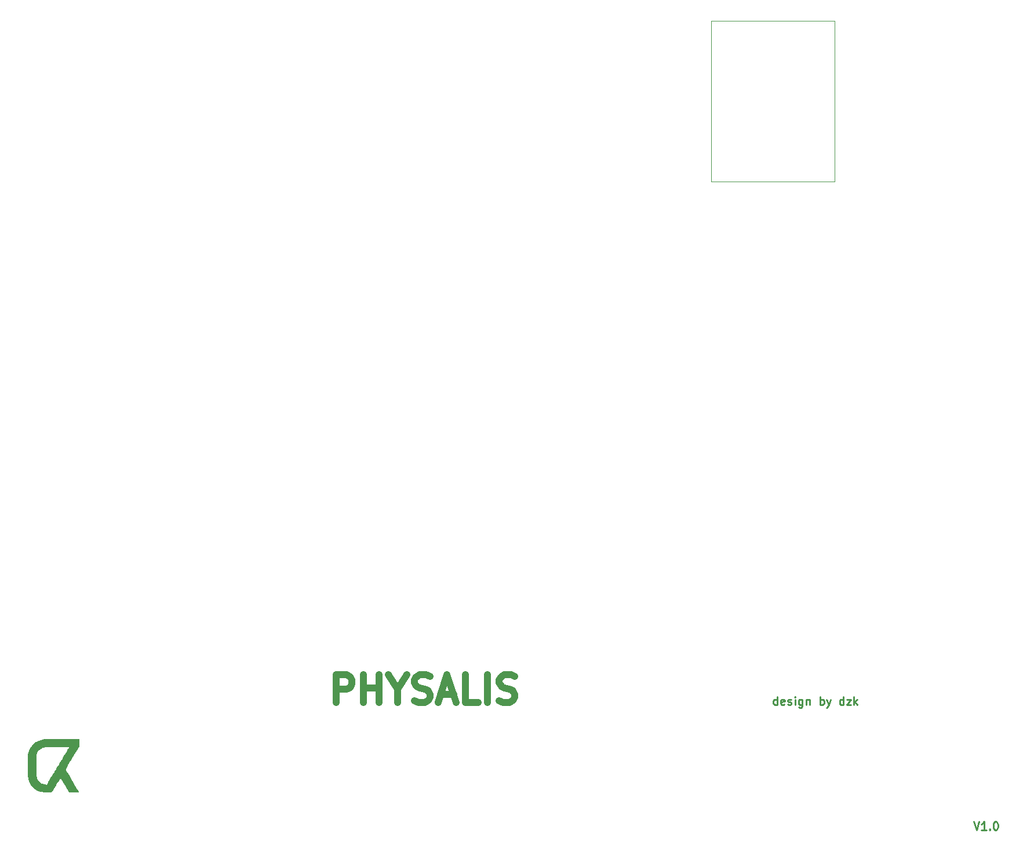
<source format=gbr>
%TF.GenerationSoftware,KiCad,Pcbnew,7.0.7*%
%TF.CreationDate,2023-10-07T20:29:56+07:00*%
%TF.ProjectId,physalis,70687973-616c-4697-932e-6b696361645f,rev?*%
%TF.SameCoordinates,Original*%
%TF.FileFunction,Legend,Top*%
%TF.FilePolarity,Positive*%
%FSLAX46Y46*%
G04 Gerber Fmt 4.6, Leading zero omitted, Abs format (unit mm)*
G04 Created by KiCad (PCBNEW 7.0.7) date 2023-10-07 20:29:56*
%MOMM*%
%LPD*%
G01*
G04 APERTURE LIST*
%ADD10C,0.240000*%
%ADD11C,1.000000*%
%ADD12C,0.120000*%
G04 APERTURE END LIST*
D10*
X295439144Y-123665662D02*
X295439144Y-122465662D01*
X295439144Y-123608520D02*
X295324858Y-123665662D01*
X295324858Y-123665662D02*
X295096286Y-123665662D01*
X295096286Y-123665662D02*
X294982001Y-123608520D01*
X294982001Y-123608520D02*
X294924858Y-123551377D01*
X294924858Y-123551377D02*
X294867715Y-123437091D01*
X294867715Y-123437091D02*
X294867715Y-123094234D01*
X294867715Y-123094234D02*
X294924858Y-122979948D01*
X294924858Y-122979948D02*
X294982001Y-122922805D01*
X294982001Y-122922805D02*
X295096286Y-122865662D01*
X295096286Y-122865662D02*
X295324858Y-122865662D01*
X295324858Y-122865662D02*
X295439144Y-122922805D01*
X296467715Y-123608520D02*
X296353429Y-123665662D01*
X296353429Y-123665662D02*
X296124858Y-123665662D01*
X296124858Y-123665662D02*
X296010572Y-123608520D01*
X296010572Y-123608520D02*
X295953429Y-123494234D01*
X295953429Y-123494234D02*
X295953429Y-123037091D01*
X295953429Y-123037091D02*
X296010572Y-122922805D01*
X296010572Y-122922805D02*
X296124858Y-122865662D01*
X296124858Y-122865662D02*
X296353429Y-122865662D01*
X296353429Y-122865662D02*
X296467715Y-122922805D01*
X296467715Y-122922805D02*
X296524858Y-123037091D01*
X296524858Y-123037091D02*
X296524858Y-123151377D01*
X296524858Y-123151377D02*
X295953429Y-123265662D01*
X296982000Y-123608520D02*
X297096286Y-123665662D01*
X297096286Y-123665662D02*
X297324857Y-123665662D01*
X297324857Y-123665662D02*
X297439143Y-123608520D01*
X297439143Y-123608520D02*
X297496286Y-123494234D01*
X297496286Y-123494234D02*
X297496286Y-123437091D01*
X297496286Y-123437091D02*
X297439143Y-123322805D01*
X297439143Y-123322805D02*
X297324857Y-123265662D01*
X297324857Y-123265662D02*
X297153429Y-123265662D01*
X297153429Y-123265662D02*
X297039143Y-123208520D01*
X297039143Y-123208520D02*
X296982000Y-123094234D01*
X296982000Y-123094234D02*
X296982000Y-123037091D01*
X296982000Y-123037091D02*
X297039143Y-122922805D01*
X297039143Y-122922805D02*
X297153429Y-122865662D01*
X297153429Y-122865662D02*
X297324857Y-122865662D01*
X297324857Y-122865662D02*
X297439143Y-122922805D01*
X298010572Y-123665662D02*
X298010572Y-122865662D01*
X298010572Y-122465662D02*
X297953429Y-122522805D01*
X297953429Y-122522805D02*
X298010572Y-122579948D01*
X298010572Y-122579948D02*
X298067715Y-122522805D01*
X298067715Y-122522805D02*
X298010572Y-122465662D01*
X298010572Y-122465662D02*
X298010572Y-122579948D01*
X299096287Y-122865662D02*
X299096287Y-123837091D01*
X299096287Y-123837091D02*
X299039144Y-123951377D01*
X299039144Y-123951377D02*
X298982001Y-124008520D01*
X298982001Y-124008520D02*
X298867715Y-124065662D01*
X298867715Y-124065662D02*
X298696287Y-124065662D01*
X298696287Y-124065662D02*
X298582001Y-124008520D01*
X299096287Y-123608520D02*
X298982001Y-123665662D01*
X298982001Y-123665662D02*
X298753429Y-123665662D01*
X298753429Y-123665662D02*
X298639144Y-123608520D01*
X298639144Y-123608520D02*
X298582001Y-123551377D01*
X298582001Y-123551377D02*
X298524858Y-123437091D01*
X298524858Y-123437091D02*
X298524858Y-123094234D01*
X298524858Y-123094234D02*
X298582001Y-122979948D01*
X298582001Y-122979948D02*
X298639144Y-122922805D01*
X298639144Y-122922805D02*
X298753429Y-122865662D01*
X298753429Y-122865662D02*
X298982001Y-122865662D01*
X298982001Y-122865662D02*
X299096287Y-122922805D01*
X299667715Y-122865662D02*
X299667715Y-123665662D01*
X299667715Y-122979948D02*
X299724858Y-122922805D01*
X299724858Y-122922805D02*
X299839143Y-122865662D01*
X299839143Y-122865662D02*
X300010572Y-122865662D01*
X300010572Y-122865662D02*
X300124858Y-122922805D01*
X300124858Y-122922805D02*
X300182001Y-123037091D01*
X300182001Y-123037091D02*
X300182001Y-123665662D01*
X301667715Y-123665662D02*
X301667715Y-122465662D01*
X301667715Y-122922805D02*
X301782001Y-122865662D01*
X301782001Y-122865662D02*
X302010572Y-122865662D01*
X302010572Y-122865662D02*
X302124858Y-122922805D01*
X302124858Y-122922805D02*
X302182001Y-122979948D01*
X302182001Y-122979948D02*
X302239143Y-123094234D01*
X302239143Y-123094234D02*
X302239143Y-123437091D01*
X302239143Y-123437091D02*
X302182001Y-123551377D01*
X302182001Y-123551377D02*
X302124858Y-123608520D01*
X302124858Y-123608520D02*
X302010572Y-123665662D01*
X302010572Y-123665662D02*
X301782001Y-123665662D01*
X301782001Y-123665662D02*
X301667715Y-123608520D01*
X302639143Y-122865662D02*
X302924857Y-123665662D01*
X303210572Y-122865662D02*
X302924857Y-123665662D01*
X302924857Y-123665662D02*
X302810572Y-123951377D01*
X302810572Y-123951377D02*
X302753429Y-124008520D01*
X302753429Y-124008520D02*
X302639143Y-124065662D01*
X305096287Y-123665662D02*
X305096287Y-122465662D01*
X305096287Y-123608520D02*
X304982001Y-123665662D01*
X304982001Y-123665662D02*
X304753429Y-123665662D01*
X304753429Y-123665662D02*
X304639144Y-123608520D01*
X304639144Y-123608520D02*
X304582001Y-123551377D01*
X304582001Y-123551377D02*
X304524858Y-123437091D01*
X304524858Y-123437091D02*
X304524858Y-123094234D01*
X304524858Y-123094234D02*
X304582001Y-122979948D01*
X304582001Y-122979948D02*
X304639144Y-122922805D01*
X304639144Y-122922805D02*
X304753429Y-122865662D01*
X304753429Y-122865662D02*
X304982001Y-122865662D01*
X304982001Y-122865662D02*
X305096287Y-122922805D01*
X305553429Y-122865662D02*
X306182001Y-122865662D01*
X306182001Y-122865662D02*
X305553429Y-123665662D01*
X305553429Y-123665662D02*
X306182001Y-123665662D01*
X306639144Y-123665662D02*
X306639144Y-122465662D01*
X306753430Y-123208520D02*
X307096287Y-123665662D01*
X307096287Y-122865662D02*
X306639144Y-123322805D01*
X324122179Y-140721912D02*
X324522179Y-141921912D01*
X324522179Y-141921912D02*
X324922179Y-140721912D01*
X325950750Y-141921912D02*
X325265036Y-141921912D01*
X325607893Y-141921912D02*
X325607893Y-140721912D01*
X325607893Y-140721912D02*
X325493607Y-140893341D01*
X325493607Y-140893341D02*
X325379322Y-141007627D01*
X325379322Y-141007627D02*
X325265036Y-141064770D01*
X326465036Y-141807627D02*
X326522179Y-141864770D01*
X326522179Y-141864770D02*
X326465036Y-141921912D01*
X326465036Y-141921912D02*
X326407893Y-141864770D01*
X326407893Y-141864770D02*
X326465036Y-141807627D01*
X326465036Y-141807627D02*
X326465036Y-141921912D01*
X327265036Y-140721912D02*
X327379322Y-140721912D01*
X327379322Y-140721912D02*
X327493608Y-140779055D01*
X327493608Y-140779055D02*
X327550751Y-140836198D01*
X327550751Y-140836198D02*
X327607893Y-140950484D01*
X327607893Y-140950484D02*
X327665036Y-141179055D01*
X327665036Y-141179055D02*
X327665036Y-141464770D01*
X327665036Y-141464770D02*
X327607893Y-141693341D01*
X327607893Y-141693341D02*
X327550751Y-141807627D01*
X327550751Y-141807627D02*
X327493608Y-141864770D01*
X327493608Y-141864770D02*
X327379322Y-141921912D01*
X327379322Y-141921912D02*
X327265036Y-141921912D01*
X327265036Y-141921912D02*
X327150751Y-141864770D01*
X327150751Y-141864770D02*
X327093608Y-141807627D01*
X327093608Y-141807627D02*
X327036465Y-141693341D01*
X327036465Y-141693341D02*
X326979322Y-141464770D01*
X326979322Y-141464770D02*
X326979322Y-141179055D01*
X326979322Y-141179055D02*
X327036465Y-140950484D01*
X327036465Y-140950484D02*
X327093608Y-140836198D01*
X327093608Y-140836198D02*
X327150751Y-140779055D01*
X327150751Y-140779055D02*
X327265036Y-140721912D01*
D11*
X231004024Y-123283476D02*
X231004024Y-119283476D01*
X231004024Y-119283476D02*
X232527834Y-119283476D01*
X232527834Y-119283476D02*
X232908786Y-119473952D01*
X232908786Y-119473952D02*
X233099263Y-119664428D01*
X233099263Y-119664428D02*
X233289739Y-120045380D01*
X233289739Y-120045380D02*
X233289739Y-120616809D01*
X233289739Y-120616809D02*
X233099263Y-120997761D01*
X233099263Y-120997761D02*
X232908786Y-121188238D01*
X232908786Y-121188238D02*
X232527834Y-121378714D01*
X232527834Y-121378714D02*
X231004024Y-121378714D01*
X235004024Y-123283476D02*
X235004024Y-119283476D01*
X235004024Y-121188238D02*
X237289739Y-121188238D01*
X237289739Y-123283476D02*
X237289739Y-119283476D01*
X239956405Y-121378714D02*
X239956405Y-123283476D01*
X238623072Y-119283476D02*
X239956405Y-121378714D01*
X239956405Y-121378714D02*
X241289739Y-119283476D01*
X242432595Y-123093000D02*
X243004024Y-123283476D01*
X243004024Y-123283476D02*
X243956405Y-123283476D01*
X243956405Y-123283476D02*
X244337357Y-123093000D01*
X244337357Y-123093000D02*
X244527833Y-122902523D01*
X244527833Y-122902523D02*
X244718310Y-122521571D01*
X244718310Y-122521571D02*
X244718310Y-122140619D01*
X244718310Y-122140619D02*
X244527833Y-121759666D01*
X244527833Y-121759666D02*
X244337357Y-121569190D01*
X244337357Y-121569190D02*
X243956405Y-121378714D01*
X243956405Y-121378714D02*
X243194500Y-121188238D01*
X243194500Y-121188238D02*
X242813548Y-120997761D01*
X242813548Y-120997761D02*
X242623071Y-120807285D01*
X242623071Y-120807285D02*
X242432595Y-120426333D01*
X242432595Y-120426333D02*
X242432595Y-120045380D01*
X242432595Y-120045380D02*
X242623071Y-119664428D01*
X242623071Y-119664428D02*
X242813548Y-119473952D01*
X242813548Y-119473952D02*
X243194500Y-119283476D01*
X243194500Y-119283476D02*
X244146881Y-119283476D01*
X244146881Y-119283476D02*
X244718310Y-119473952D01*
X246242119Y-122140619D02*
X248146881Y-122140619D01*
X245861167Y-123283476D02*
X247194500Y-119283476D01*
X247194500Y-119283476D02*
X248527834Y-123283476D01*
X251765928Y-123283476D02*
X249861166Y-123283476D01*
X249861166Y-123283476D02*
X249861166Y-119283476D01*
X253099261Y-123283476D02*
X253099261Y-119283476D01*
X254813547Y-123093000D02*
X255384976Y-123283476D01*
X255384976Y-123283476D02*
X256337357Y-123283476D01*
X256337357Y-123283476D02*
X256718309Y-123093000D01*
X256718309Y-123093000D02*
X256908785Y-122902523D01*
X256908785Y-122902523D02*
X257099262Y-122521571D01*
X257099262Y-122521571D02*
X257099262Y-122140619D01*
X257099262Y-122140619D02*
X256908785Y-121759666D01*
X256908785Y-121759666D02*
X256718309Y-121569190D01*
X256718309Y-121569190D02*
X256337357Y-121378714D01*
X256337357Y-121378714D02*
X255575452Y-121188238D01*
X255575452Y-121188238D02*
X255194500Y-120997761D01*
X255194500Y-120997761D02*
X255004023Y-120807285D01*
X255004023Y-120807285D02*
X254813547Y-120426333D01*
X254813547Y-120426333D02*
X254813547Y-120045380D01*
X254813547Y-120045380D02*
X255004023Y-119664428D01*
X255004023Y-119664428D02*
X255194500Y-119473952D01*
X255194500Y-119473952D02*
X255575452Y-119283476D01*
X255575452Y-119283476D02*
X256527833Y-119283476D01*
X256527833Y-119283476D02*
X257099262Y-119473952D01*
%TO.C,G\u002A\u002A\u002A*%
G36*
X193459256Y-129194856D02*
G01*
X193459256Y-129726266D01*
X192468025Y-131385902D01*
X192364267Y-131559713D01*
X192263512Y-131728665D01*
X192166311Y-131891824D01*
X192073217Y-132048258D01*
X191984782Y-132197032D01*
X191901558Y-132337214D01*
X191824098Y-132467869D01*
X191752953Y-132588065D01*
X191688676Y-132696869D01*
X191631820Y-132793346D01*
X191582935Y-132876564D01*
X191542575Y-132945588D01*
X191511291Y-132999486D01*
X191489636Y-133037325D01*
X191478163Y-133058170D01*
X191476390Y-133062083D01*
X191481732Y-133072942D01*
X191497477Y-133101370D01*
X191523077Y-133146427D01*
X191557981Y-133207172D01*
X191601641Y-133282666D01*
X191653507Y-133371967D01*
X191713029Y-133474135D01*
X191779659Y-133588231D01*
X191852846Y-133713313D01*
X191932042Y-133848442D01*
X192016697Y-133992677D01*
X192106261Y-134145078D01*
X192200186Y-134304705D01*
X192297921Y-134470618D01*
X192398918Y-134641875D01*
X192450277Y-134728891D01*
X192553020Y-134902919D01*
X192653023Y-135072305D01*
X192749718Y-135236089D01*
X192842540Y-135393313D01*
X192930922Y-135543017D01*
X193014298Y-135684242D01*
X193092101Y-135816029D01*
X193163766Y-135937418D01*
X193228726Y-136047451D01*
X193286415Y-136145168D01*
X193336266Y-136229611D01*
X193377714Y-136299819D01*
X193410191Y-136354834D01*
X193433133Y-136393696D01*
X193445971Y-136415447D01*
X193448351Y-136419480D01*
X193472134Y-136459806D01*
X192735959Y-136459806D01*
X191999784Y-136459806D01*
X191366606Y-135384446D01*
X191284398Y-135244909D01*
X191205206Y-135110650D01*
X191129715Y-134982820D01*
X191058608Y-134862572D01*
X190992571Y-134751058D01*
X190932287Y-134649430D01*
X190878441Y-134558840D01*
X190831718Y-134480441D01*
X190792802Y-134415384D01*
X190762378Y-134364821D01*
X190741129Y-134329905D01*
X190729740Y-134311788D01*
X190727947Y-134309387D01*
X190720924Y-134318266D01*
X190704976Y-134342643D01*
X190682026Y-134379449D01*
X190653999Y-134425611D01*
X190631928Y-134462626D01*
X190607924Y-134502887D01*
X190573728Y-134559815D01*
X190530366Y-134631725D01*
X190478860Y-134716933D01*
X190420235Y-134813752D01*
X190355514Y-134920499D01*
X190285721Y-135035489D01*
X190211881Y-135157036D01*
X190135016Y-135283456D01*
X190056150Y-135413064D01*
X189976308Y-135544175D01*
X189896514Y-135675104D01*
X189817790Y-135804166D01*
X189741160Y-135929676D01*
X189667650Y-136049950D01*
X189634011Y-136104937D01*
X189420139Y-136454429D01*
X188920667Y-136456105D01*
X188799472Y-136456419D01*
X188697401Y-136456431D01*
X188612070Y-136456075D01*
X188541098Y-136455282D01*
X188482103Y-136453984D01*
X188432701Y-136452115D01*
X188390510Y-136449605D01*
X188353147Y-136446387D01*
X188318232Y-136442393D01*
X188286775Y-136438056D01*
X188027174Y-136391235D01*
X187782510Y-136329112D01*
X187552505Y-136251588D01*
X187336884Y-136158564D01*
X187135369Y-136049941D01*
X187044734Y-135992999D01*
X186942541Y-135922848D01*
X186853136Y-135854698D01*
X186769327Y-135782595D01*
X186683918Y-135700589D01*
X186651780Y-135667894D01*
X186512304Y-135511319D01*
X186388918Y-135345090D01*
X186281089Y-135168034D01*
X186188284Y-134978975D01*
X186109969Y-134776742D01*
X186045610Y-134560162D01*
X185994674Y-134328059D01*
X185967881Y-134163913D01*
X185965138Y-134143023D01*
X185962664Y-134119951D01*
X185960439Y-134093494D01*
X185958445Y-134062450D01*
X185956664Y-134025615D01*
X185955077Y-133981786D01*
X185953665Y-133929761D01*
X185952412Y-133868338D01*
X185951297Y-133796313D01*
X185950302Y-133712483D01*
X185949410Y-133615647D01*
X185948601Y-133504601D01*
X185947858Y-133378142D01*
X185947161Y-133235068D01*
X185946492Y-133074176D01*
X185945833Y-132894263D01*
X185945165Y-132694126D01*
X185945120Y-132679916D01*
X185944628Y-132508141D01*
X187189862Y-132508141D01*
X187189874Y-132660808D01*
X187190027Y-132812471D01*
X187190324Y-132961400D01*
X187190762Y-133105862D01*
X187191343Y-133244127D01*
X187192067Y-133374463D01*
X187192933Y-133495138D01*
X187193941Y-133604421D01*
X187195092Y-133700581D01*
X187196385Y-133781885D01*
X187197821Y-133846602D01*
X187199399Y-133893001D01*
X187200837Y-133916580D01*
X187225494Y-134102252D01*
X187264116Y-134272495D01*
X187317326Y-134428751D01*
X187385745Y-134572461D01*
X187469998Y-134705064D01*
X187570707Y-134828003D01*
X187614589Y-134873650D01*
X187735069Y-134980596D01*
X187866831Y-135071953D01*
X188011648Y-135148700D01*
X188171299Y-135211815D01*
X188295854Y-135249215D01*
X188356992Y-135263866D01*
X188427391Y-135278200D01*
X188501415Y-135291311D01*
X188573425Y-135302293D01*
X188637784Y-135310239D01*
X188688854Y-135314245D01*
X188702415Y-135314548D01*
X188708015Y-135305449D01*
X188724259Y-135278629D01*
X188750717Y-135234804D01*
X188786958Y-135174691D01*
X188832552Y-135099004D01*
X188887068Y-135008459D01*
X188950075Y-134903773D01*
X189021145Y-134785661D01*
X189099844Y-134654839D01*
X189185744Y-134512023D01*
X189278414Y-134357929D01*
X189377423Y-134193272D01*
X189482340Y-134018768D01*
X189592736Y-133835134D01*
X189708179Y-133643084D01*
X189828239Y-133443336D01*
X189952486Y-133236604D01*
X190080489Y-133023604D01*
X190211817Y-132805053D01*
X190346041Y-132581666D01*
X190350404Y-132574404D01*
X190484725Y-132350830D01*
X190616152Y-132132037D01*
X190744258Y-131918742D01*
X190868610Y-131711664D01*
X190988779Y-131511519D01*
X191104334Y-131319026D01*
X191214846Y-131134901D01*
X191319884Y-130959861D01*
X191419018Y-130794625D01*
X191511817Y-130639910D01*
X191597852Y-130496432D01*
X191676691Y-130364911D01*
X191747906Y-130246062D01*
X191811065Y-130140603D01*
X191865738Y-130049252D01*
X191911496Y-129972726D01*
X191947907Y-129911742D01*
X191974542Y-129867019D01*
X191990970Y-129839273D01*
X191996761Y-129829222D01*
X191996766Y-129829201D01*
X191986203Y-129828660D01*
X191955278Y-129828182D01*
X191905134Y-129827765D01*
X191836917Y-129827413D01*
X191751770Y-129827125D01*
X191650839Y-129826902D01*
X191535267Y-129826746D01*
X191406199Y-129826657D01*
X191264779Y-129826636D01*
X191112153Y-129826685D01*
X190949464Y-129826803D01*
X190777857Y-129826992D01*
X190598476Y-129827254D01*
X190412466Y-129827588D01*
X190295009Y-129827830D01*
X190071225Y-129828318D01*
X189867891Y-129828777D01*
X189683952Y-129829223D01*
X189518351Y-129829670D01*
X189370032Y-129830135D01*
X189237938Y-129830633D01*
X189121014Y-129831179D01*
X189018203Y-129831791D01*
X188928449Y-129832481D01*
X188850695Y-129833268D01*
X188783885Y-129834165D01*
X188726963Y-129835190D01*
X188678872Y-129836356D01*
X188638556Y-129837681D01*
X188604960Y-129839178D01*
X188577025Y-129840865D01*
X188553698Y-129842757D01*
X188533920Y-129844869D01*
X188516635Y-129847216D01*
X188500788Y-129849815D01*
X188485322Y-129852682D01*
X188474963Y-129854697D01*
X188298163Y-129895186D01*
X188139259Y-129944293D01*
X187995999Y-130003107D01*
X187866131Y-130072719D01*
X187747404Y-130154217D01*
X187637567Y-130248692D01*
X187614589Y-130271110D01*
X187507292Y-130390669D01*
X187416694Y-130519331D01*
X187342172Y-130658536D01*
X187283103Y-130809727D01*
X187238865Y-130974343D01*
X187208834Y-131153825D01*
X187200837Y-131228180D01*
X187199139Y-131257825D01*
X187197583Y-131307244D01*
X187196170Y-131374708D01*
X187194900Y-131458483D01*
X187193772Y-131556839D01*
X187192786Y-131668044D01*
X187191942Y-131790367D01*
X187191242Y-131922076D01*
X187190683Y-132061439D01*
X187190267Y-132206726D01*
X187189994Y-132356203D01*
X187189862Y-132508141D01*
X185944628Y-132508141D01*
X185944464Y-132450658D01*
X185944038Y-132242243D01*
X185943845Y-132054006D01*
X185943889Y-131885286D01*
X185944173Y-131735417D01*
X185944701Y-131603737D01*
X185945476Y-131489583D01*
X185946502Y-131392290D01*
X185947782Y-131311196D01*
X185949319Y-131245636D01*
X185951118Y-131194948D01*
X185953182Y-131158468D01*
X185953196Y-131158282D01*
X185981503Y-130901003D01*
X186026988Y-130656577D01*
X186089434Y-130425210D01*
X186168623Y-130207106D01*
X186264338Y-130002470D01*
X186376362Y-129811508D01*
X186504479Y-129634424D01*
X186648471Y-129471424D01*
X186808120Y-129322712D01*
X186983211Y-129188494D01*
X187173525Y-129068974D01*
X187378845Y-128964358D01*
X187598955Y-128874851D01*
X187833637Y-128800657D01*
X188082675Y-128741982D01*
X188345850Y-128699030D01*
X188583107Y-128674840D01*
X188614524Y-128673334D01*
X188667361Y-128671933D01*
X188741531Y-128670637D01*
X188836946Y-128669448D01*
X188953518Y-128668364D01*
X189091162Y-128667387D01*
X189249790Y-128666518D01*
X189429314Y-128665755D01*
X189629647Y-128665101D01*
X189850702Y-128664555D01*
X190092392Y-128664117D01*
X190354630Y-128663789D01*
X190637328Y-128663570D01*
X190940400Y-128663460D01*
X191096761Y-128663447D01*
X193459256Y-128663447D01*
X193459256Y-129194856D01*
G37*
D12*
%TO.C,RZ1*%
X285798750Y-23810000D02*
X285798750Y-47310000D01*
X285798750Y-47310000D02*
X303798750Y-47310000D01*
X303798750Y-23810000D02*
X285798750Y-23810000D01*
X303798750Y-47310000D02*
X303798750Y-23810000D01*
%TD*%
M02*

</source>
